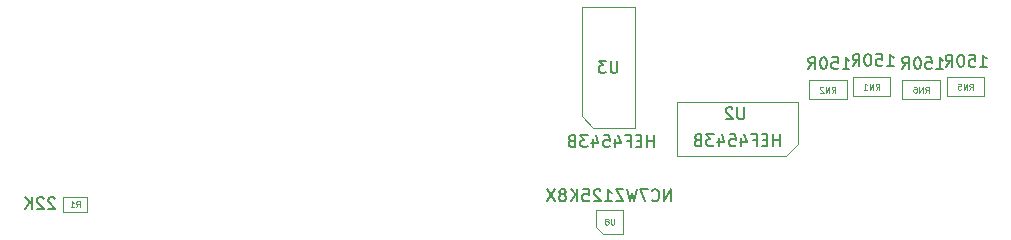
<source format=gbr>
G04 #@! TF.GenerationSoftware,KiCad,Pcbnew,(5.99.0-576-ga860ac506)*
G04 #@! TF.CreationDate,2021-04-05T12:44:30+02:00*
G04 #@! TF.ProjectId,50 pin to 34 pin Floppy Adapter,35302070-696e-4207-946f-203334207069,rev?*
G04 #@! TF.SameCoordinates,Original*
G04 #@! TF.FileFunction,AssemblyDrawing,Bot*
%FSLAX46Y46*%
G04 Gerber Fmt 4.6, Leading zero omitted, Abs format (unit mm)*
G04 Created by KiCad (PCBNEW (5.99.0-576-ga860ac506)) date 2021-04-05 12:44:30*
%MOMM*%
%LPD*%
G04 APERTURE LIST*
%ADD10C,0.100000*%
%ADD11C,0.150000*%
%ADD12C,0.075000*%
G04 APERTURE END LIST*
D10*
X88335500Y-39671500D02*
X88335500Y-37671500D01*
X88335500Y-37671500D02*
X86035500Y-37671500D01*
X86035500Y-37671500D02*
X86035500Y-39121500D01*
X86585500Y-39671500D02*
X88335500Y-39671500D01*
X86585500Y-39671500D02*
X86035500Y-39121500D01*
X40910000Y-36591000D02*
X40910000Y-37831000D01*
X42910000Y-36591000D02*
X40910000Y-36591000D01*
X42910000Y-37831000D02*
X42910000Y-36591000D01*
X40910000Y-37831000D02*
X42910000Y-37831000D01*
X85783500Y-30740500D02*
X89333500Y-30740500D01*
X89333500Y-30740500D02*
X89333500Y-20440500D01*
X89333500Y-20440500D02*
X84783500Y-20440500D01*
X84783500Y-20440500D02*
X84783500Y-29740500D01*
X84783500Y-29740500D02*
X85783500Y-30740500D01*
X111938000Y-26695500D02*
X111938000Y-28295500D01*
X111938000Y-28295500D02*
X115138000Y-28295500D01*
X115138000Y-28295500D02*
X115138000Y-26695500D01*
X115138000Y-26695500D02*
X111938000Y-26695500D01*
X115684500Y-26441500D02*
X115684500Y-28041500D01*
X115684500Y-28041500D02*
X118884500Y-28041500D01*
X118884500Y-28041500D02*
X118884500Y-26441500D01*
X118884500Y-26441500D02*
X115684500Y-26441500D01*
X102130500Y-33072500D02*
X103130500Y-32072500D01*
X92830500Y-33072500D02*
X102130500Y-33072500D01*
X92830500Y-28522500D02*
X92830500Y-33072500D01*
X103130500Y-28522500D02*
X92830500Y-28522500D01*
X103130500Y-32072500D02*
X103130500Y-28522500D01*
X107225500Y-26695500D02*
X104025500Y-26695500D01*
X107225500Y-28295500D02*
X107225500Y-26695500D01*
X104025500Y-28295500D02*
X107225500Y-28295500D01*
X104025500Y-26695500D02*
X104025500Y-28295500D01*
X107734000Y-26441500D02*
X107734000Y-28041500D01*
X107734000Y-28041500D02*
X110934000Y-28041500D01*
X110934000Y-28041500D02*
X110934000Y-26441500D01*
X110934000Y-26441500D02*
X107734000Y-26441500D01*
D11*
X92375976Y-36923880D02*
X92375976Y-35923880D01*
X91804547Y-36923880D01*
X91804547Y-35923880D01*
X90756928Y-36828642D02*
X90804547Y-36876261D01*
X90947404Y-36923880D01*
X91042642Y-36923880D01*
X91185500Y-36876261D01*
X91280738Y-36781023D01*
X91328357Y-36685785D01*
X91375976Y-36495309D01*
X91375976Y-36352452D01*
X91328357Y-36161976D01*
X91280738Y-36066738D01*
X91185500Y-35971500D01*
X91042642Y-35923880D01*
X90947404Y-35923880D01*
X90804547Y-35971500D01*
X90756928Y-36019119D01*
X90423595Y-35923880D02*
X89756928Y-35923880D01*
X90185500Y-36923880D01*
X89471214Y-35923880D02*
X89233119Y-36923880D01*
X89042642Y-36209595D01*
X88852166Y-36923880D01*
X88614071Y-35923880D01*
X88328357Y-35923880D02*
X87661690Y-35923880D01*
X88328357Y-36923880D01*
X87661690Y-36923880D01*
X86756928Y-36923880D02*
X87328357Y-36923880D01*
X87042642Y-36923880D02*
X87042642Y-35923880D01*
X87137880Y-36066738D01*
X87233119Y-36161976D01*
X87328357Y-36209595D01*
X86375976Y-36019119D02*
X86328357Y-35971500D01*
X86233119Y-35923880D01*
X85995023Y-35923880D01*
X85899785Y-35971500D01*
X85852166Y-36019119D01*
X85804547Y-36114357D01*
X85804547Y-36209595D01*
X85852166Y-36352452D01*
X86423595Y-36923880D01*
X85804547Y-36923880D01*
X84899785Y-35923880D02*
X85375976Y-35923880D01*
X85423595Y-36400071D01*
X85375976Y-36352452D01*
X85280738Y-36304833D01*
X85042642Y-36304833D01*
X84947404Y-36352452D01*
X84899785Y-36400071D01*
X84852166Y-36495309D01*
X84852166Y-36733404D01*
X84899785Y-36828642D01*
X84947404Y-36876261D01*
X85042642Y-36923880D01*
X85280738Y-36923880D01*
X85375976Y-36876261D01*
X85423595Y-36828642D01*
X84423595Y-36923880D02*
X84423595Y-35923880D01*
X83852166Y-36923880D02*
X84280738Y-36352452D01*
X83852166Y-35923880D02*
X84423595Y-36495309D01*
X83280738Y-36352452D02*
X83375976Y-36304833D01*
X83423595Y-36257214D01*
X83471214Y-36161976D01*
X83471214Y-36114357D01*
X83423595Y-36019119D01*
X83375976Y-35971500D01*
X83280738Y-35923880D01*
X83090261Y-35923880D01*
X82995023Y-35971500D01*
X82947404Y-36019119D01*
X82899785Y-36114357D01*
X82899785Y-36161976D01*
X82947404Y-36257214D01*
X82995023Y-36304833D01*
X83090261Y-36352452D01*
X83280738Y-36352452D01*
X83375976Y-36400071D01*
X83423595Y-36447690D01*
X83471214Y-36542928D01*
X83471214Y-36733404D01*
X83423595Y-36828642D01*
X83375976Y-36876261D01*
X83280738Y-36923880D01*
X83090261Y-36923880D01*
X82995023Y-36876261D01*
X82947404Y-36828642D01*
X82899785Y-36733404D01*
X82899785Y-36542928D01*
X82947404Y-36447690D01*
X82995023Y-36400071D01*
X83090261Y-36352452D01*
X82566452Y-35923880D02*
X81899785Y-36923880D01*
X81899785Y-35923880D02*
X82566452Y-36923880D01*
D10*
X87566452Y-38397690D02*
X87566452Y-38802452D01*
X87542642Y-38850071D01*
X87518833Y-38873880D01*
X87471214Y-38897690D01*
X87375976Y-38897690D01*
X87328357Y-38873880D01*
X87304547Y-38850071D01*
X87280738Y-38802452D01*
X87280738Y-38397690D01*
X86971214Y-38611976D02*
X87018833Y-38588166D01*
X87042642Y-38564357D01*
X87066452Y-38516738D01*
X87066452Y-38492928D01*
X87042642Y-38445309D01*
X87018833Y-38421500D01*
X86971214Y-38397690D01*
X86875976Y-38397690D01*
X86828357Y-38421500D01*
X86804547Y-38445309D01*
X86780738Y-38492928D01*
X86780738Y-38516738D01*
X86804547Y-38564357D01*
X86828357Y-38588166D01*
X86875976Y-38611976D01*
X86971214Y-38611976D01*
X87018833Y-38635785D01*
X87042642Y-38659595D01*
X87066452Y-38707214D01*
X87066452Y-38802452D01*
X87042642Y-38850071D01*
X87018833Y-38873880D01*
X86971214Y-38897690D01*
X86875976Y-38897690D01*
X86828357Y-38873880D01*
X86804547Y-38850071D01*
X86780738Y-38802452D01*
X86780738Y-38707214D01*
X86804547Y-38659595D01*
X86828357Y-38635785D01*
X86875976Y-38611976D01*
D11*
X40184904Y-36695119D02*
X40137285Y-36647500D01*
X40042047Y-36599880D01*
X39803952Y-36599880D01*
X39708714Y-36647500D01*
X39661095Y-36695119D01*
X39613476Y-36790357D01*
X39613476Y-36885595D01*
X39661095Y-37028452D01*
X40232523Y-37599880D01*
X39613476Y-37599880D01*
X39232523Y-36695119D02*
X39184904Y-36647500D01*
X39089666Y-36599880D01*
X38851571Y-36599880D01*
X38756333Y-36647500D01*
X38708714Y-36695119D01*
X38661095Y-36790357D01*
X38661095Y-36885595D01*
X38708714Y-37028452D01*
X39280142Y-37599880D01*
X38661095Y-37599880D01*
X38232523Y-37599880D02*
X38232523Y-36599880D01*
X37661095Y-37599880D02*
X38089666Y-37028452D01*
X37661095Y-36599880D02*
X38232523Y-37171309D01*
D12*
X41993333Y-37437190D02*
X42160000Y-37199095D01*
X42279047Y-37437190D02*
X42279047Y-36937190D01*
X42088571Y-36937190D01*
X42040952Y-36961000D01*
X42017142Y-36984809D01*
X41993333Y-37032428D01*
X41993333Y-37103857D01*
X42017142Y-37151476D01*
X42040952Y-37175285D01*
X42088571Y-37199095D01*
X42279047Y-37199095D01*
X41517142Y-37437190D02*
X41802857Y-37437190D01*
X41660000Y-37437190D02*
X41660000Y-36937190D01*
X41707619Y-37008619D01*
X41755238Y-37056238D01*
X41802857Y-37080047D01*
D11*
X90883928Y-32329380D02*
X90883928Y-31329380D01*
X90883928Y-31805571D02*
X90312500Y-31805571D01*
X90312500Y-32329380D02*
X90312500Y-31329380D01*
X89836309Y-31805571D02*
X89502976Y-31805571D01*
X89360119Y-32329380D02*
X89836309Y-32329380D01*
X89836309Y-31329380D01*
X89360119Y-31329380D01*
X88598214Y-31805571D02*
X88931547Y-31805571D01*
X88931547Y-32329380D02*
X88931547Y-31329380D01*
X88455357Y-31329380D01*
X87645833Y-31662714D02*
X87645833Y-32329380D01*
X87883928Y-31281761D02*
X88122023Y-31996047D01*
X87502976Y-31996047D01*
X86645833Y-31329380D02*
X87122023Y-31329380D01*
X87169642Y-31805571D01*
X87122023Y-31757952D01*
X87026785Y-31710333D01*
X86788690Y-31710333D01*
X86693452Y-31757952D01*
X86645833Y-31805571D01*
X86598214Y-31900809D01*
X86598214Y-32138904D01*
X86645833Y-32234142D01*
X86693452Y-32281761D01*
X86788690Y-32329380D01*
X87026785Y-32329380D01*
X87122023Y-32281761D01*
X87169642Y-32234142D01*
X85741071Y-31662714D02*
X85741071Y-32329380D01*
X85979166Y-31281761D02*
X86217261Y-31996047D01*
X85598214Y-31996047D01*
X85312500Y-31329380D02*
X84693452Y-31329380D01*
X85026785Y-31710333D01*
X84883928Y-31710333D01*
X84788690Y-31757952D01*
X84741071Y-31805571D01*
X84693452Y-31900809D01*
X84693452Y-32138904D01*
X84741071Y-32234142D01*
X84788690Y-32281761D01*
X84883928Y-32329380D01*
X85169642Y-32329380D01*
X85264880Y-32281761D01*
X85312500Y-32234142D01*
X83931547Y-31805571D02*
X83788690Y-31853190D01*
X83741071Y-31900809D01*
X83693452Y-31996047D01*
X83693452Y-32138904D01*
X83741071Y-32234142D01*
X83788690Y-32281761D01*
X83883928Y-32329380D01*
X84264880Y-32329380D01*
X84264880Y-31329380D01*
X83931547Y-31329380D01*
X83836309Y-31377000D01*
X83788690Y-31424619D01*
X83741071Y-31519857D01*
X83741071Y-31615095D01*
X83788690Y-31710333D01*
X83836309Y-31757952D01*
X83931547Y-31805571D01*
X84264880Y-31805571D01*
X87820404Y-25042880D02*
X87820404Y-25852404D01*
X87772785Y-25947642D01*
X87725166Y-25995261D01*
X87629928Y-26042880D01*
X87439452Y-26042880D01*
X87344214Y-25995261D01*
X87296595Y-25947642D01*
X87248976Y-25852404D01*
X87248976Y-25042880D01*
X86868023Y-25042880D02*
X86248976Y-25042880D01*
X86582309Y-25423833D01*
X86439452Y-25423833D01*
X86344214Y-25471452D01*
X86296595Y-25519071D01*
X86248976Y-25614309D01*
X86248976Y-25852404D01*
X86296595Y-25947642D01*
X86344214Y-25995261D01*
X86439452Y-26042880D01*
X86725166Y-26042880D01*
X86820404Y-25995261D01*
X86868023Y-25947642D01*
X114831666Y-25725380D02*
X115403095Y-25725380D01*
X115117380Y-25725380D02*
X115117380Y-24725380D01*
X115212619Y-24868238D01*
X115307857Y-24963476D01*
X115403095Y-25011095D01*
X113926904Y-24725380D02*
X114403095Y-24725380D01*
X114450714Y-25201571D01*
X114403095Y-25153952D01*
X114307857Y-25106333D01*
X114069761Y-25106333D01*
X113974523Y-25153952D01*
X113926904Y-25201571D01*
X113879285Y-25296809D01*
X113879285Y-25534904D01*
X113926904Y-25630142D01*
X113974523Y-25677761D01*
X114069761Y-25725380D01*
X114307857Y-25725380D01*
X114403095Y-25677761D01*
X114450714Y-25630142D01*
X113260238Y-24725380D02*
X113165000Y-24725380D01*
X113069761Y-24773000D01*
X113022142Y-24820619D01*
X112974523Y-24915857D01*
X112926904Y-25106333D01*
X112926904Y-25344428D01*
X112974523Y-25534904D01*
X113022142Y-25630142D01*
X113069761Y-25677761D01*
X113165000Y-25725380D01*
X113260238Y-25725380D01*
X113355476Y-25677761D01*
X113403095Y-25630142D01*
X113450714Y-25534904D01*
X113498333Y-25344428D01*
X113498333Y-25106333D01*
X113450714Y-24915857D01*
X113403095Y-24820619D01*
X113355476Y-24773000D01*
X113260238Y-24725380D01*
X111926904Y-25725380D02*
X112260238Y-25249190D01*
X112498333Y-25725380D02*
X112498333Y-24725380D01*
X112117380Y-24725380D01*
X112022142Y-24773000D01*
X111974523Y-24820619D01*
X111926904Y-24915857D01*
X111926904Y-25058714D01*
X111974523Y-25153952D01*
X112022142Y-25201571D01*
X112117380Y-25249190D01*
X112498333Y-25249190D01*
D12*
X113883238Y-27721690D02*
X114049904Y-27483595D01*
X114168952Y-27721690D02*
X114168952Y-27221690D01*
X113978476Y-27221690D01*
X113930857Y-27245500D01*
X113907047Y-27269309D01*
X113883238Y-27316928D01*
X113883238Y-27388357D01*
X113907047Y-27435976D01*
X113930857Y-27459785D01*
X113978476Y-27483595D01*
X114168952Y-27483595D01*
X113668952Y-27721690D02*
X113668952Y-27221690D01*
X113383238Y-27721690D01*
X113383238Y-27221690D01*
X112930857Y-27221690D02*
X113026095Y-27221690D01*
X113073714Y-27245500D01*
X113097523Y-27269309D01*
X113145142Y-27340738D01*
X113168952Y-27435976D01*
X113168952Y-27626452D01*
X113145142Y-27674071D01*
X113121333Y-27697880D01*
X113073714Y-27721690D01*
X112978476Y-27721690D01*
X112930857Y-27697880D01*
X112907047Y-27674071D01*
X112883238Y-27626452D01*
X112883238Y-27507404D01*
X112907047Y-27459785D01*
X112930857Y-27435976D01*
X112978476Y-27412166D01*
X113073714Y-27412166D01*
X113121333Y-27435976D01*
X113145142Y-27459785D01*
X113168952Y-27507404D01*
D11*
X118514666Y-25534880D02*
X119086095Y-25534880D01*
X118800380Y-25534880D02*
X118800380Y-24534880D01*
X118895619Y-24677738D01*
X118990857Y-24772976D01*
X119086095Y-24820595D01*
X117609904Y-24534880D02*
X118086095Y-24534880D01*
X118133714Y-25011071D01*
X118086095Y-24963452D01*
X117990857Y-24915833D01*
X117752761Y-24915833D01*
X117657523Y-24963452D01*
X117609904Y-25011071D01*
X117562285Y-25106309D01*
X117562285Y-25344404D01*
X117609904Y-25439642D01*
X117657523Y-25487261D01*
X117752761Y-25534880D01*
X117990857Y-25534880D01*
X118086095Y-25487261D01*
X118133714Y-25439642D01*
X116943238Y-24534880D02*
X116848000Y-24534880D01*
X116752761Y-24582500D01*
X116705142Y-24630119D01*
X116657523Y-24725357D01*
X116609904Y-24915833D01*
X116609904Y-25153928D01*
X116657523Y-25344404D01*
X116705142Y-25439642D01*
X116752761Y-25487261D01*
X116848000Y-25534880D01*
X116943238Y-25534880D01*
X117038476Y-25487261D01*
X117086095Y-25439642D01*
X117133714Y-25344404D01*
X117181333Y-25153928D01*
X117181333Y-24915833D01*
X117133714Y-24725357D01*
X117086095Y-24630119D01*
X117038476Y-24582500D01*
X116943238Y-24534880D01*
X115609904Y-25534880D02*
X115943238Y-25058690D01*
X116181333Y-25534880D02*
X116181333Y-24534880D01*
X115800380Y-24534880D01*
X115705142Y-24582500D01*
X115657523Y-24630119D01*
X115609904Y-24725357D01*
X115609904Y-24868214D01*
X115657523Y-24963452D01*
X115705142Y-25011071D01*
X115800380Y-25058690D01*
X116181333Y-25058690D01*
D12*
X117629738Y-27467690D02*
X117796404Y-27229595D01*
X117915452Y-27467690D02*
X117915452Y-26967690D01*
X117724976Y-26967690D01*
X117677357Y-26991500D01*
X117653547Y-27015309D01*
X117629738Y-27062928D01*
X117629738Y-27134357D01*
X117653547Y-27181976D01*
X117677357Y-27205785D01*
X117724976Y-27229595D01*
X117915452Y-27229595D01*
X117415452Y-27467690D02*
X117415452Y-26967690D01*
X117129738Y-27467690D01*
X117129738Y-26967690D01*
X116653547Y-26967690D02*
X116891642Y-26967690D01*
X116915452Y-27205785D01*
X116891642Y-27181976D01*
X116844023Y-27158166D01*
X116724976Y-27158166D01*
X116677357Y-27181976D01*
X116653547Y-27205785D01*
X116629738Y-27253404D01*
X116629738Y-27372452D01*
X116653547Y-27420071D01*
X116677357Y-27443880D01*
X116724976Y-27467690D01*
X116844023Y-27467690D01*
X116891642Y-27443880D01*
X116915452Y-27420071D01*
D11*
X101551928Y-32265880D02*
X101551928Y-31265880D01*
X101551928Y-31742071D02*
X100980500Y-31742071D01*
X100980500Y-32265880D02*
X100980500Y-31265880D01*
X100504309Y-31742071D02*
X100170976Y-31742071D01*
X100028119Y-32265880D02*
X100504309Y-32265880D01*
X100504309Y-31265880D01*
X100028119Y-31265880D01*
X99266214Y-31742071D02*
X99599547Y-31742071D01*
X99599547Y-32265880D02*
X99599547Y-31265880D01*
X99123357Y-31265880D01*
X98313833Y-31599214D02*
X98313833Y-32265880D01*
X98551928Y-31218261D02*
X98790023Y-31932547D01*
X98170976Y-31932547D01*
X97313833Y-31265880D02*
X97790023Y-31265880D01*
X97837642Y-31742071D01*
X97790023Y-31694452D01*
X97694785Y-31646833D01*
X97456690Y-31646833D01*
X97361452Y-31694452D01*
X97313833Y-31742071D01*
X97266214Y-31837309D01*
X97266214Y-32075404D01*
X97313833Y-32170642D01*
X97361452Y-32218261D01*
X97456690Y-32265880D01*
X97694785Y-32265880D01*
X97790023Y-32218261D01*
X97837642Y-32170642D01*
X96409071Y-31599214D02*
X96409071Y-32265880D01*
X96647166Y-31218261D02*
X96885261Y-31932547D01*
X96266214Y-31932547D01*
X95980500Y-31265880D02*
X95361452Y-31265880D01*
X95694785Y-31646833D01*
X95551928Y-31646833D01*
X95456690Y-31694452D01*
X95409071Y-31742071D01*
X95361452Y-31837309D01*
X95361452Y-32075404D01*
X95409071Y-32170642D01*
X95456690Y-32218261D01*
X95551928Y-32265880D01*
X95837642Y-32265880D01*
X95932880Y-32218261D01*
X95980500Y-32170642D01*
X94599547Y-31742071D02*
X94456690Y-31789690D01*
X94409071Y-31837309D01*
X94361452Y-31932547D01*
X94361452Y-32075404D01*
X94409071Y-32170642D01*
X94456690Y-32218261D01*
X94551928Y-32265880D01*
X94932880Y-32265880D01*
X94932880Y-31265880D01*
X94599547Y-31265880D01*
X94504309Y-31313500D01*
X94456690Y-31361119D01*
X94409071Y-31456357D01*
X94409071Y-31551595D01*
X94456690Y-31646833D01*
X94504309Y-31694452D01*
X94599547Y-31742071D01*
X94932880Y-31742071D01*
X98551904Y-28979880D02*
X98551904Y-29789404D01*
X98504285Y-29884642D01*
X98456666Y-29932261D01*
X98361428Y-29979880D01*
X98170952Y-29979880D01*
X98075714Y-29932261D01*
X98028095Y-29884642D01*
X97980476Y-29789404D01*
X97980476Y-28979880D01*
X97551904Y-29075119D02*
X97504285Y-29027500D01*
X97409047Y-28979880D01*
X97170952Y-28979880D01*
X97075714Y-29027500D01*
X97028095Y-29075119D01*
X96980476Y-29170357D01*
X96980476Y-29265595D01*
X97028095Y-29408452D01*
X97599523Y-29979880D01*
X96980476Y-29979880D01*
X106894166Y-25725380D02*
X107465595Y-25725380D01*
X107179880Y-25725380D02*
X107179880Y-24725380D01*
X107275119Y-24868238D01*
X107370357Y-24963476D01*
X107465595Y-25011095D01*
X105989404Y-24725380D02*
X106465595Y-24725380D01*
X106513214Y-25201571D01*
X106465595Y-25153952D01*
X106370357Y-25106333D01*
X106132261Y-25106333D01*
X106037023Y-25153952D01*
X105989404Y-25201571D01*
X105941785Y-25296809D01*
X105941785Y-25534904D01*
X105989404Y-25630142D01*
X106037023Y-25677761D01*
X106132261Y-25725380D01*
X106370357Y-25725380D01*
X106465595Y-25677761D01*
X106513214Y-25630142D01*
X105322738Y-24725380D02*
X105227500Y-24725380D01*
X105132261Y-24773000D01*
X105084642Y-24820619D01*
X105037023Y-24915857D01*
X104989404Y-25106333D01*
X104989404Y-25344428D01*
X105037023Y-25534904D01*
X105084642Y-25630142D01*
X105132261Y-25677761D01*
X105227500Y-25725380D01*
X105322738Y-25725380D01*
X105417976Y-25677761D01*
X105465595Y-25630142D01*
X105513214Y-25534904D01*
X105560833Y-25344428D01*
X105560833Y-25106333D01*
X105513214Y-24915857D01*
X105465595Y-24820619D01*
X105417976Y-24773000D01*
X105322738Y-24725380D01*
X103989404Y-25725380D02*
X104322738Y-25249190D01*
X104560833Y-25725380D02*
X104560833Y-24725380D01*
X104179880Y-24725380D01*
X104084642Y-24773000D01*
X104037023Y-24820619D01*
X103989404Y-24915857D01*
X103989404Y-25058714D01*
X104037023Y-25153952D01*
X104084642Y-25201571D01*
X104179880Y-25249190D01*
X104560833Y-25249190D01*
D12*
X105970738Y-27721690D02*
X106137404Y-27483595D01*
X106256452Y-27721690D02*
X106256452Y-27221690D01*
X106065976Y-27221690D01*
X106018357Y-27245500D01*
X105994547Y-27269309D01*
X105970738Y-27316928D01*
X105970738Y-27388357D01*
X105994547Y-27435976D01*
X106018357Y-27459785D01*
X106065976Y-27483595D01*
X106256452Y-27483595D01*
X105756452Y-27721690D02*
X105756452Y-27221690D01*
X105470738Y-27721690D01*
X105470738Y-27221690D01*
X105256452Y-27269309D02*
X105232642Y-27245500D01*
X105185023Y-27221690D01*
X105065976Y-27221690D01*
X105018357Y-27245500D01*
X104994547Y-27269309D01*
X104970738Y-27316928D01*
X104970738Y-27364547D01*
X104994547Y-27435976D01*
X105280261Y-27721690D01*
X104970738Y-27721690D01*
D11*
X110640666Y-25471380D02*
X111212095Y-25471380D01*
X110926380Y-25471380D02*
X110926380Y-24471380D01*
X111021619Y-24614238D01*
X111116857Y-24709476D01*
X111212095Y-24757095D01*
X109735904Y-24471380D02*
X110212095Y-24471380D01*
X110259714Y-24947571D01*
X110212095Y-24899952D01*
X110116857Y-24852333D01*
X109878761Y-24852333D01*
X109783523Y-24899952D01*
X109735904Y-24947571D01*
X109688285Y-25042809D01*
X109688285Y-25280904D01*
X109735904Y-25376142D01*
X109783523Y-25423761D01*
X109878761Y-25471380D01*
X110116857Y-25471380D01*
X110212095Y-25423761D01*
X110259714Y-25376142D01*
X109069238Y-24471380D02*
X108974000Y-24471380D01*
X108878761Y-24519000D01*
X108831142Y-24566619D01*
X108783523Y-24661857D01*
X108735904Y-24852333D01*
X108735904Y-25090428D01*
X108783523Y-25280904D01*
X108831142Y-25376142D01*
X108878761Y-25423761D01*
X108974000Y-25471380D01*
X109069238Y-25471380D01*
X109164476Y-25423761D01*
X109212095Y-25376142D01*
X109259714Y-25280904D01*
X109307333Y-25090428D01*
X109307333Y-24852333D01*
X109259714Y-24661857D01*
X109212095Y-24566619D01*
X109164476Y-24519000D01*
X109069238Y-24471380D01*
X107735904Y-25471380D02*
X108069238Y-24995190D01*
X108307333Y-25471380D02*
X108307333Y-24471380D01*
X107926380Y-24471380D01*
X107831142Y-24519000D01*
X107783523Y-24566619D01*
X107735904Y-24661857D01*
X107735904Y-24804714D01*
X107783523Y-24899952D01*
X107831142Y-24947571D01*
X107926380Y-24995190D01*
X108307333Y-24995190D01*
D12*
X109679238Y-27467690D02*
X109845904Y-27229595D01*
X109964952Y-27467690D02*
X109964952Y-26967690D01*
X109774476Y-26967690D01*
X109726857Y-26991500D01*
X109703047Y-27015309D01*
X109679238Y-27062928D01*
X109679238Y-27134357D01*
X109703047Y-27181976D01*
X109726857Y-27205785D01*
X109774476Y-27229595D01*
X109964952Y-27229595D01*
X109464952Y-27467690D02*
X109464952Y-26967690D01*
X109179238Y-27467690D01*
X109179238Y-26967690D01*
X108679238Y-27467690D02*
X108964952Y-27467690D01*
X108822095Y-27467690D02*
X108822095Y-26967690D01*
X108869714Y-27039119D01*
X108917333Y-27086738D01*
X108964952Y-27110547D01*
M02*

</source>
